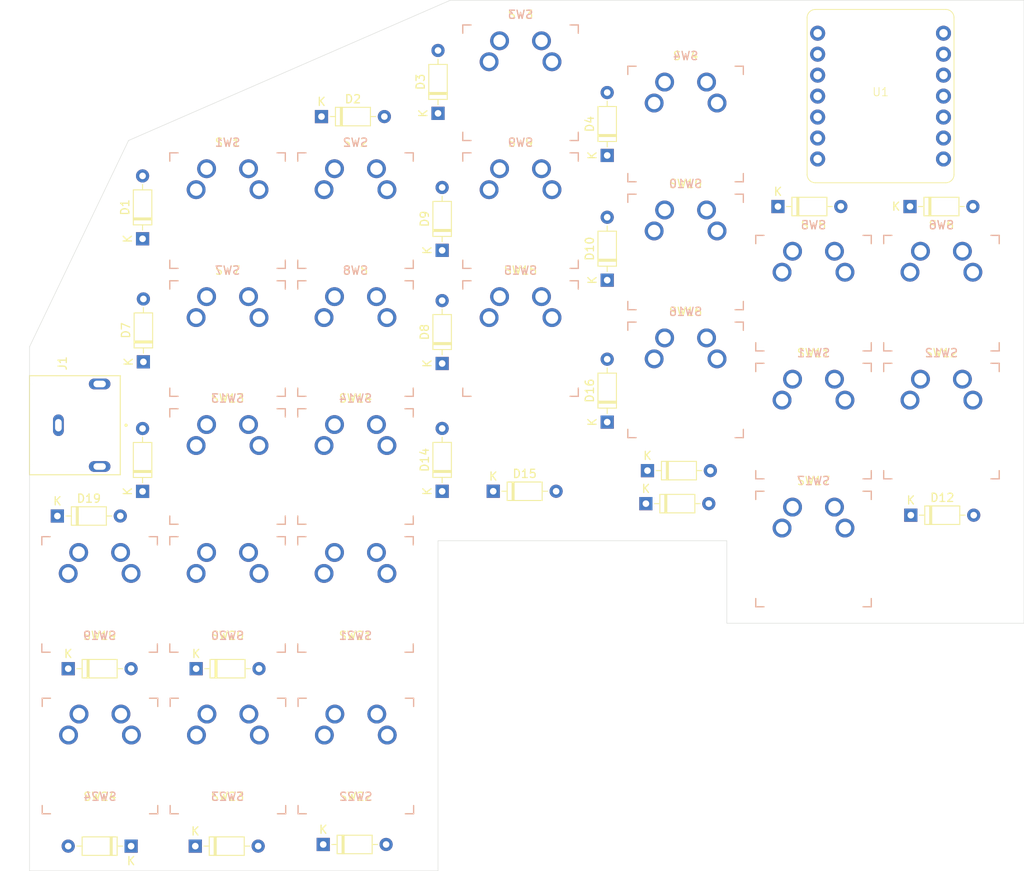
<source format=kicad_pcb>
(kicad_pcb (version 20240108) (generator "pcbnew") (generator_version "8.0")
  (layers (0 "F.Cu" signal) (31 "B.Cu" signal) (34 "B.Paste" user) (35 "F.Paste" user) (36 "B.SilkS" user "B.Silkscreen") (37 "F.SilkS" user "F.Silkscreen") (38 "B.Mask" user) (39 "F.Mask" user) (44 "Edge.Cuts" user))
  (net 0 "")
  (net 1 "row0")
  (net 2 "Net-(D1-A)")
  (net 3 "Net-(D2-A)")
  (net 4 "Net-(D3-A)")
  (net 5 "Net-(D4-A)")
  (net 6 "Net-(D5-A)")
  (net 7 "Net-(D6-A)")
  (net 8 "Net-(D7-A)")
  (net 9 "row1")
  (net 10 "Net-(D8-A)")
  (net 11 "Net-(D9-A)")
  (net 12 "Net-(D10-A)")
  (net 13 "Net-(D11-A)")
  (net 14 "Net-(D12-A)")
  (net 15 "Net-(D13-A)")
  (net 16 "row2")
  (net 17 "Net-(D14-A)")
  (net 18 "Net-(D15-A)")
  (net 19 "Net-(D16-A)")
  (net 20 "Net-(D17-A)")
  (net 21 "row3")
  (net 22 "Net-(D19-A)")
  (net 23 "Net-(D20-A)")
  (net 24 "Net-(D21-A)")
  (net 25 "Net-(D22-A)")
  (net 26 "Net-(D23-A)")
  (net 27 "Net-(D24-A)")
  (net 28 "col0")
  (net 29 "col1")
  (net 30 "col2")
  (net 31 "col3")
  (net 32 "col4")
  (net 33 "col5")
  (net 35 "DATA")
  (net 36 "GND")
  (net 37 "VCC")
  (footprint "keyswitches:SW_MX_reversible" (layer "F.Cu") (at 124.5 116)
    (property "Reference" "SW13" (at 0 -8.255 0) (layer "F.SilkS"))
    (property "Value" "SW_Push" (hide yes))
    (fp_text user "${REFERENCE}" (at 0 -8.255 0) (layer "B.SilkS") (effects (justify mirror)))
    (pad "" np_thru_hole circle (at -5.08 0) (size 1.7018 1.7018) (drill 1.7018) (layers "F&B.Cu" "*.Mask"))
    (pad "" np_thru_hole circle (at 0 0) (size 3.9878 3.9878) (drill 3.9878) (layers "F&B.Cu" "*.Mask"))
    (pad "" np_thru_hole circle (at 5.08 0) (size 1.7018 1.7018) (drill 1.7018) (layers "F&B.Cu" "*.Mask"))
    (pad "1" thru_hole circle (at -3.81 -2.54) (size 2.286 2.286) (drill 1.4986) (layers "*.Cu" "*.Mask") (net 15 "Net-(D13-A)"))
    (pad "1" thru_hole circle (at -2.54 -5.08) (size 2.286 2.286) (drill 1.4986) (layers "*.Cu" "*.Mask") (net 15 "Net-(D13-A)"))
    (pad "2" thru_hole circle (at 2.54 -5.08) (size 2.286 2.286) (drill 1.4986) (layers "*.Cu" "*.Mask") (net 28 "col0"))
    (pad "2" thru_hole circle (at 3.81 -2.54) (size 2.286 2.286) (drill 1.4986) (layers "*.Cu" "*.Mask") (net 28 "col0"))
  )
  (footprint "keyswitches:SW_MX_reversible" (layer "F.Cu") (at 211 110.5)
    (property "Reference" "SW12" (at 0 -8.255 0) (layer "F.SilkS"))
    (property "Value" "SW_Push" (hide yes))
    (fp_text user "${REFERENCE}" (at 0 -8.255 0) (layer "B.SilkS") (effects (justify mirror)))
    (pad "" np_thru_hole circle (at -5.08 0) (size 1.7018 1.7018) (drill 1.7018) (layers "F&B.Cu" "*.Mask"))
    (pad "" np_thru_hole circle (at 0 0) (size 3.9878 3.9878) (drill 3.9878) (layers "F&B.Cu" "*.Mask"))
    (pad "" np_thru_hole circle (at 5.08 0) (size 1.7018 1.7018) (drill 1.7018) (layers "F&B.Cu" "*.Mask"))
    (pad "1" thru_hole circle (at -3.81 -2.54) (size 2.286 2.286) (drill 1.4986) (layers "*.Cu" "*.Mask") (net 14 "Net-(D12-A)"))
    (pad "1" thru_hole circle (at -2.54 -5.08) (size 2.286 2.286) (drill 1.4986) (layers "*.Cu" "*.Mask") (net 14 "Net-(D12-A)"))
    (pad "2" thru_hole circle (at 2.54 -5.08) (size 2.286 2.286) (drill 1.4986) (layers "*.Cu" "*.Mask") (net 33 "col5"))
    (pad "2" thru_hole circle (at 3.81 -2.54) (size 2.286 2.286) (drill 1.4986) (layers "*.Cu" "*.Mask") (net 33 "col5"))
  )
  (footprint "keyswitches:SW_MX_reversible" (layer "F.Cu") (at 140.04 151.08)
    (property "Reference" "SW22" (at 0 4.92 0) (layer "F.SilkS"))
    (property "Value" "SW_Push" (hide yes))
    (fp_text user "${REFERENCE}" (at 0 4.92 0) (layer "B.SilkS") (effects (justify mirror)))
    (pad "" np_thru_hole circle (at -5.08 0) (size 1.7018 1.7018) (drill 1.7018) (layers "F&B.Cu" "*.Mask"))
    (pad "" np_thru_hole circle (at 0 0) (size 3.9878 3.9878) (drill 3.9878) (layers "F&B.Cu" "*.Mask"))
    (pad "" np_thru_hole circle (at 5.08 0) (size 1.7018 1.7018) (drill 1.7018) (layers "F&B.Cu" "*.Mask"))
    (pad "1" thru_hole circle (at -3.81 -2.54) (size 2.286 2.286) (drill 1.4986) (layers "*.Cu" "*.Mask") (net 25 "Net-(D22-A)"))
    (pad "1" thru_hole circle (at -2.54 -5.08) (size 2.286 2.286) (drill 1.4986) (layers "*.Cu" "*.Mask") (net 25 "Net-(D22-A)"))
    (pad "2" thru_hole circle (at 2.54 -5.08) (size 2.286 2.286) (drill 1.4986) (layers "*.Cu" "*.Mask") (net 31 "col3"))
    (pad "2" thru_hole circle (at 3.81 -2.54) (size 2.286 2.286) (drill 1.4986) (layers "*.Cu" "*.Mask") (net 31 "col3"))
  )
  (footprint "keyswitches:SW_MX_reversible" (layer "F.Cu") (at 180 74.5)
    (property "Reference" "SW4" (at 0 -8.255 0) (layer "F.SilkS"))
    (property "Value" "SW_Push" (hide yes))
    (fp_text user "${REFERENCE}" (at 0 -8.255 0) (layer "B.SilkS") (effects (justify mirror)))
    (pad "" np_thru_hole circle (at -5.08 0) (size 1.7018 1.7018) (drill 1.7018) (layers "F&B.Cu" "*.Mask"))
    (pad "" np_thru_hole circle (at 0 0) (size 3.9878 3.9878) (drill 3.9878) (layers "F&B.Cu" "*.Mask"))
    (pad "" np_thru_hole circle (at 5.08 0) (size 1.7018 1.7018) (drill 1.7018) (layers "F&B.Cu" "*.Mask"))
    (pad "1" thru_hole circle (at -3.81 -2.54) (size 2.286 2.286) (drill 1.4986) (layers "*.Cu" "*.Mask") (net 5 "Net-(D4-A)"))
    (pad "1" thru_hole circle (at -2.54 -5.08) (size 2.286 2.286) (drill 1.4986) (layers "*.Cu" "*.Mask") (net 5 "Net-(D4-A)"))
    (pad "2" thru_hole circle (at 2.54 -5.08) (size 2.286 2.286) (drill 1.4986) (layers "*.Cu" "*.Mask") (net 31 "col3"))
    (pad "2" thru_hole circle (at 3.81 -2.54) (size 2.286 2.286) (drill 1.4986) (layers "*.Cu" "*.Mask") (net 31 "col3"))
  )
  (footprint "Diode_THT:D_DO-35_SOD27_P7.62mm_Horizontal" (layer "F.Cu") (at 114.2 119.02 90)
    (property "Reference" "D13" (hide yes))
    (property "Value" "1N4148" (hide yes))
    (fp_text user "K" (at 0 -1.8 -90) (layer "F.SilkS"))
    (pad "1" thru_hole rect (at 0 0 90) (size 1.6 1.6) (drill 0.8) (layers "*.Cu" "*.Mask") (net 16 "row2"))
    (pad "2" thru_hole oval (at 7.62 0 90) (size 1.6 1.6) (drill 0.8) (layers "*.Cu" "*.Mask") (net 15 "Net-(D13-A)"))
  )
  (footprint "Diode_THT:D_DO-35_SOD27_P7.62mm_Horizontal" (layer "F.Cu") (at 105.19 140.5)
    (property "Reference" "D20" (hide yes))
    (property "Value" "1N4148" (hide yes))
    (fp_text user "K" (at 0 -1.8 0) (layer "F.SilkS"))
    (pad "1" thru_hole rect (at 0 0) (size 1.6 1.6) (drill 0.8) (layers "*.Cu" "*.Mask") (net 21 "row3"))
    (pad "2" thru_hole oval (at 7.62 0) (size 1.6 1.6) (drill 0.8) (layers "*.Cu" "*.Mask") (net 23 "Net-(D20-A)"))
  )
  (footprint "keyswitches:SW_MX_reversible" (layer "F.Cu") (at 124.5 85)
    (property "Reference" "SW1" (at 0 -8.255 0) (layer "F.SilkS"))
    (property "Value" "SW_Push" (hide yes))
    (fp_text user "${REFERENCE}" (at 0 -8.255 0) (layer "B.SilkS") (effects (justify mirror)))
    (pad "" np_thru_hole circle (at -5.08 0) (size 1.7018 1.7018) (drill 1.7018) (layers "F&B.Cu" "*.Mask"))
    (pad "" np_thru_hole circle (at 0 0) (size 3.9878 3.9878) (drill 3.9878) (layers "F&B.Cu" "*.Mask"))
    (pad "" np_thru_hole circle (at 5.08 0) (size 1.7018 1.7018) (drill 1.7018) (layers "F&B.Cu" "*.Mask"))
    (pad "1" thru_hole circle (at -3.81 -2.54) (size 2.286 2.286) (drill 1.4986) (layers "*.Cu" "*.Mask") (net 2 "Net-(D1-A)"))
    (pad "1" thru_hole circle (at -2.54 -5.08) (size 2.286 2.286) (drill 1.4986) (layers "*.Cu" "*.Mask") (net 2 "Net-(D1-A)"))
    (pad "2" thru_hole circle (at 2.54 -5.08) (size 2.286 2.286) (drill 1.4986) (layers "*.Cu" "*.Mask") (net 28 "col0"))
    (pad "2" thru_hole circle (at 3.81 -2.54) (size 2.286 2.286) (drill 1.4986) (layers "*.Cu" "*.Mask") (net 28 "col0"))
  )
  (footprint "Diode_THT:D_DO-35_SOD27_P7.62mm_Horizontal" (layer "F.Cu") (at 150.5 119.01 90)
    (property "Reference" "D14" (at 3.81 -2.12 -90) (layer "F.SilkS"))
    (property "Value" "1N4148" (hide yes))
    (fp_text user "K" (at 0 -1.8 -90) (layer "F.SilkS"))
    (pad "1" thru_hole rect (at 0 0 90) (size 1.6 1.6) (drill 0.8) (layers "*.Cu" "*.Mask") (net 16 "row2"))
    (pad "2" thru_hole oval (at 7.62 0 90) (size 1.6 1.6) (drill 0.8) (layers "*.Cu" "*.Mask") (net 17 "Net-(D14-A)"))
  )
  (footprint "Diode_THT:D_DO-35_SOD27_P7.62mm_Horizontal" (layer "F.Cu") (at 207.19 84.5)
    (property "Reference" "D6" (hide yes))
    (property "Value" "1N4148" (hide yes))
    (fp_text user "K" (at -1.69 0 0) (layer "F.SilkS"))
    (pad "1" thru_hole rect (at 0 0) (size 1.6 1.6) (drill 0.8) (layers "*.Cu" "*.Mask") (net 1 "row0"))
    (pad "2" thru_hole oval (at 7.62 0) (size 1.6 1.6) (drill 0.8) (layers "*.Cu" "*.Mask") (net 7 "Net-(D6-A)"))
  )
  (footprint "Diode_THT:D_DO-35_SOD27_P7.62mm_Horizontal" (layer "F.Cu") (at 120.69 140.5)
    (property "Reference" "D21" (hide yes))
    (property "Value" "1N4148" (hide yes))
    (fp_text user "K" (at 0 -1.8 0) (layer "F.SilkS"))
    (pad "1" thru_hole rect (at 0 0) (size 1.6 1.6) (drill 0.8) (layers "*.Cu" "*.Mask") (net 21 "row3"))
    (pad "2" thru_hole oval (at 7.62 0) (size 1.6 1.6) (drill 0.8) (layers "*.Cu" "*.Mask") (net 24 "Net-(D21-A)"))
  )
  (footprint "Diode_THT:D_DO-35_SOD27_P7.62mm_Horizontal" (layer "F.Cu") (at 150.5 103.52 90)
    (property "Reference" "D8" (at 3.81 -2.12 -90) (layer "F.SilkS"))
    (property "Value" "1N4148" (hide yes))
    (fp_text user "K" (at 0 -1.8 -90) (layer "F.SilkS"))
    (pad "1" thru_hole rect (at 0 0 90) (size 1.6 1.6) (drill 0.8) (layers "*.Cu" "*.Mask") (net 9 "row1"))
    (pad "2" thru_hole oval (at 7.62 0 90) (size 1.6 1.6) (drill 0.8) (layers "*.Cu" "*.Mask") (net 10 "Net-(D8-A)"))
  )
  (footprint "Diode_THT:D_DO-35_SOD27_P7.62mm_Horizontal" (layer "F.Cu") (at 170.5 93.42 90)
    (property "Reference" "D10" (at 3.81 -2.12 -90) (layer "F.SilkS"))
    (property "Value" "1N4148" (hide yes))
    (fp_text user "K" (at 0 -1.8 -90) (layer "F.SilkS"))
    (pad "1" thru_hole rect (at 0 0 90) (size 1.6 1.6) (drill 0.8) (layers "*.Cu" "*.Mask") (net 9 "row1"))
    (pad "2" thru_hole oval (at 7.62 0 90) (size 1.6 1.6) (drill 0.8) (layers "*.Cu" "*.Mask") (net 12 "Net-(D10-A)"))
  )
  (footprint "keyswitches:SW_MX_reversible" (layer "F.Cu") (at 109.04 151.08)
    (property "Reference" "SW24" (at 0 4.92 0) (layer "F.SilkS"))
    (property "Value" "SW_Push" (hide yes))
    (fp_text user "${REFERENCE}" (at 0 4.92 0) (layer "B.SilkS") (effects (justify mirror)))
    (pad "" np_thru_hole circle (at -5.08 0) (size 1.7018 1.7018) (drill 1.7018) (layers "*.Cu" "*.Mask"))
    (pad "" np_thru_hole circle (at 0 0) (size 3.9878 3.9878) (drill 3.9878) (layers "*.Cu" "*.Mask"))
    (pad "" np_thru_hole circle (at 5.08 0) (size 1.7018 1.7018) (drill 1.7018) (layers "*.Cu" "*.Mask"))
    (pad "1" thru_hole circle (at -3.81 -2.54) (size 2.286 2.286) (drill 1.4986) (layers "*.Cu" "*.Mask") (net 27 "Net-(D24-A)"))
    (pad "1" thru_hole circle (at -2.54 -5.08) (size 2.286 2.286) (drill 1.4986) (layers "*.Cu" "*.Mask") (net 27 "Net-(D24-A)"))
    (pad "2" thru_hole circle (at 2.54 -5.08) (size 2.286 2.286) (drill 1.4986) (layers "*.Cu" "*.Mask") (net 33 "col5"))
    (pad "2" thru_hole circle (at 3.81 -2.54) (size 2.286 2.286) (drill 1.4986) (layers "*.Cu" "*.Mask") (net 33 "col5"))
  )
  (footprint "Diode_THT:D_DO-35_SOD27_P7.62mm_Horizontal" (layer "F.Cu") (at 114.2 88.41 90)
    (property "Reference" "D1" (at 3.81 -2.12 -90) (layer "F.SilkS"))
    (property "Value" "1N4148" (hide yes))
    (fp_text user "K" (at 0 -1.8 -90) (layer "F.SilkS"))
    (pad "1" thru_hole rect (at 0 0 90) (size 1.6 1.6) (drill 0.8) (layers "*.Cu" "*.Mask") (net 1 "row0"))
    (pad "2" thru_hole oval (at 7.62 0 90) (size 1.6 1.6) (drill 0.8) (layers "*.Cu" "*.Mask") (net 2 "Net-(D1-A)"))
  )
  (footprint "keyswitches:SW_MX_reversible" (layer "F.Cu") (at 140 116)
    (property "Reference" "SW14" (at 0 -8.255 0) (layer "F.SilkS"))
    (property "Value" "SW_Push" (hide yes))
    (fp_text user "${REFERENCE}" (at 0 -8.255 0) (layer "B.SilkS") (effects (justify mirror)))
    (pad "" np_thru_hole circle (at -5.08 0) (size 1.7018 1.7018) (drill 1.7018) (layers "F&B.Cu" "*.Mask"))
    (pad "" np_thru_hole circle (at 0 0) (size 3.9878 3.9878) (drill 3.9878) (layers "F&B.Cu" "*.Mask"))
    (pad "" np_thru_hole circle (at 5.08 0) (size 1.7018 1.7018) (drill 1.7018) (layers "F&B.Cu" "*.Mask"))
    (pad "1" thru_hole circle (at -3.81 -2.54) (size 2.286 2.286) (drill 1.4986) (layers "*.Cu" "*.Mask") (net 17 "Net-(D14-A)"))
    (pad "1" thru_hole circle (at -2.54 -5.08) (size 2.286 2.286) (drill 1.4986) (layers "*.Cu" "*.Mask") (net 17 "Net-(D14-A)"))
    (pad "2" thru_hole circle (at 2.54 -5.08) (size 2.286 2.286) (drill 1.4986) (layers "*.Cu" "*.Mask") (net 29 "col1"))
    (pad "2" thru_hole circle (at 3.81 -2.54) (size 2.286 2.286) (drill 1.4986) (layers "*.Cu" "*.Mask") (net 29 "col1"))
  )
  (footprint "keyswitches:SW_MX_reversible" (layer "F.Cu") (at 160 85)
    (property "Reference" "SW9" (at 0 -8.255 0) (layer "F.SilkS"))
    (property "Value" "SW_Push" (hide yes))
    (fp_text user "${REFERENCE}" (at 0 -8.255 0) (layer "B.SilkS") (effects (justify mirror)))
    (pad "" np_thru_hole circle (at -5.08 0) (size 1.7018 1.7018) (drill 1.7018) (layers "F&B.Cu" "*.Mask"))
    (pad "" np_thru_hole circle (at 0 0) (size 3.9878 3.9878) (drill 3.9878) (layers "F&B.Cu" "*.Mask"))
    (pad "" np_thru_hole circle (at 5.08 0) (size 1.7018 1.7018) (drill 1.7018) (layers "F&B.Cu" "*.Mask"))
    (pad "1" thru_hole circle (at -3.81 -2.54) (size 2.286 2.286) (drill 1.4986) (layers "*.Cu" "*.Mask") (net 11 "Net-(D9-A)"))
    (pad "1" thru_hole circle (at -2.54 -5.08) (size 2.286 2.286) (drill 1.4986) (layers "*.Cu" "*.Mask") (net 11 "Net-(D9-A)"))
    (pad "2" thru_hole circle (at 2.54 -5.08) (size 2.286 2.286) (drill 1.4986) (layers "*.Cu" "*.Mask") (net 30 "col2"))
    (pad "2" thru_hole circle (at 3.81 -2.54) (size 2.286 2.286) (drill 1.4986) (layers "*.Cu" "*.Mask") (net 30 "col2"))
  )
  (footprint "keyswitches:SW_MX_reversible" (layer "F.Cu") (at 124.5 100.5)
    (property "Reference" "SW7" (at 0 -8.255 0) (layer "F.SilkS"))
    (property "Value" "SW_Push" (hide yes))
    (fp_text user "${REFERENCE}" (at 0 -8.255 0) (layer "B.SilkS") (effects (justify mirror)))
    (pad "" np_thru_hole circle (at -5.08 0) (size 1.7018 1.7018) (drill 1.7018) (layers "F&B.Cu" "*.Mask"))
    (pad "" np_thru_hole circle (at 0 0) (size 3.9878 3.9878) (drill 3.9878) (layers "F&B.Cu" "*.Mask"))
    (pad "" np_thru_hole circle (at 5.08 0) (size 1.7018 1.7018) (drill 1.7018) (layers "F&B.Cu" "*.Mask"))
    (pad "1" thru_hole circle (at -3.81 -2.54) (size 2.286 2.286) (drill 1.4986) (layers "*.Cu" "*.Mask") (net 8 "Net-(D7-A)"))
    (pad "1" thru_hole circle (at -2.54 -5.08) (size 2.286 2.286) (drill 1.4986) (layers "*.Cu" "*.Mask") (net 8 "Net-(D7-A)"))
    (pad "2" thru_hole circle (at 2.54 -5.08) (size 2.286 2.286) (drill 1.4986) (layers "*.Cu" "*.Mask") (net 28 "col0"))
    (pad "2" thru_hole circle (at 3.81 -2.54) (size 2.286 2.286) (drill 1.4986) (layers "*.Cu" "*.Mask") (net 28 "col0"))
  )
  (footprint "Diode_THT:D_DO-35_SOD27_P7.62mm_Horizontal" (layer "F.Cu") (at 156.69 119)
    (property "Reference" "D15" (at 3.81 -2.12 0) (layer "F.SilkS"))
    (property "Value" "1N4148" (hide yes))
    (fp_text user "K" (at 0 -1.8 0) (layer "F.SilkS"))
    (pad "1" thru_hole rect (at 0 0) (size 1.6 1.6) (drill 0.8) (layers "*.Cu" "*.Mask") (net 16 "row2"))
    (pad "2" thru_hole oval (at 7.62 0) (size 1.6 1.6) (drill 0.8) (layers "*.Cu" "*.Mask") (net 18 "Net-(D15-A)"))
  )
  (footprint "Diode_THT:D_DO-35_SOD27_P7.62mm_Horizontal" (layer "F.Cu") (at 170.5 78.31 90)
    (property "Reference" "D4" (at 3.81 -2.12 -90) (layer "F.SilkS"))
    (property "Value" "1N4148" (hide yes))
    (fp_text user "K" (at 0 -1.8 -90) (layer "F.SilkS"))
    (pad "1" thru_hole rect (at 0 0 90) (size 1.6 1.6) (drill 0.8) (layers "*.Cu" "*.Mask") (net 1 "row0"))
    (pad "2" thru_hole oval (at 7.62 0 90) (size 1.6 1.6) (drill 0.8) (layers "*.Cu" "*.Mask") (net 5 "Net-(D4-A)"))
  )
  (footprint "Diode_THT:D_DO-35_SOD27_P7.62mm_Horizontal" (layer "F.Cu") (at 112.81 162 180)
    (property "Reference" "D24" (hide yes))
    (property "Value" "1N4148" (hide yes))
    (fp_text user "K" (at 0 -1.8 180) (layer "F.SilkS"))
    (pad "1" thru_hole rect (at 0 0 180) (size 1.6 1.6) (drill 0.8) (layers "*.Cu" "*.Mask") (net 21 "row3"))
    (pad "2" thru_hole oval (at 7.62 0 180) (size 1.6 1.6) (drill 0.8) (layers "*.Cu" "*.Mask") (net 27 "Net-(D24-A)"))
  )
  (footprint "keyswitches:SW_MX_reversible" (layer "F.Cu") (at 180 90)
    (property "Reference" "SW10" (at 0 -8.255 0) (layer "F.SilkS"))
    (property "Value" "SW_Push" (hide yes))
    (fp_text user "${REFERENCE}" (at 0 -8.255 0) (layer "B.SilkS") (effects (justify mirror)))
    (pad "" np_thru_hole circle (at -5.08 0) (size 1.7018 1.7018) (drill 1.7018) (layers "F&B.Cu" "*.Mask"))
    (pad "" np_thru_hole circle (at 0 0) (size 3.9878 3.9878) (drill 3.9878) (layers "F&B.Cu" "*.Mask"))
    (pad "" np_thru_hole circle (at 5.08 0) (size 1.7018 1.7018) (drill 1.7018) (layers "F&B.Cu" "*.Mask"))
    (pad "1" thru_hole circle (at -3.81 -2.54) (size 2.286 2.286) (drill 1.4986) (layers "*.Cu" "*.Mask") (net 12 "Net-(D10-A)"))
    (pad "1" thru_hole circle (at -2.54 -5.08) (size 2.286 2.286) (drill 1.4986) (layers "*.Cu" "*.Mask") (net 12 "Net-(D10-A)"))
    (pad "2" thru_hole circle (at 2.54 -5.08) (size 2.286 2.286) (drill 1.4986) (layers "*.Cu" "*.Mask") (net 31 "col3"))
    (pad "2" thru_hole circle (at 3.81 -2.54) (size 2.286 2.286) (drill 1.4986) (layers "*.Cu" "*.Mask") (net 31 "col3"))
  )
  (footprint "keyswitches:SW_MX_reversible" (layer "F.Cu") (at 211 95)
    (property "Reference" "SW6" (at 0 -8.255 0) (layer "F.SilkS"))
    (property "Value" "SW_Push" (hide yes))
    (fp_text user "${REFERENCE}" (at 0 -8.255 0) (layer "B.SilkS") (effects (justify mirror)))
    (pad "" np_thru_hole circle (at -5.08 0) (size 1.7018 1.7018) (drill 1.7018) (layers "F&B.Cu" "*.Mask"))
    (pad "" np_thru_hole circle (at 0 0) (size 3.9878 3.9878) (drill 3.9878) (layers "F&B.Cu" "*.Mask"))
    (pad "" np_thru_hole circle (at 5.08 0) (size 1.7018 1.7018) (drill 1.7018) (layers "F&B.Cu" "*.Mask"))
    (pad "1" thru_hole circle (at -3.81 -2.54) (size 2.286 2.286) (drill 1.4986) (layers "*.Cu" "*.Mask") (net 7 "Net-(D6-A)"))
    (pad "1" thru_hole circle (at -2.54 -5.08) (size 2.286 2.286) (drill 1.4986) (layers "*.Cu" "*.Mask") (net 7 "Net-(D6-A)"))
    (pad "2" thru_hole circle (at 2.54 -5.08) (size 2.286 2.286) (drill 1.4986) (layers "*.Cu" "*.Mask") (net 33 "col5"))
    (pad "2" thru_hole circle (at 3.81 -2.54) (size 2.286 2.286) (drill 1.4986) (layers "*.Cu" "*.Mask") (net 33 "col5"))
  )
  (footprint "Diode_THT:D_DO-35_SOD27_P7.62mm_Horizontal" (layer "F.Cu") (at 103.88 122)
    (property "Reference" "D19" (at 3.81 -2.12 360) (layer "F.SilkS"))
    (property "Value" "1N4148" (hide yes))
    (fp_text user "K" (at 0 -1.8 360) (layer "F.SilkS"))
    (pad "1" thru_hole rect (at 0 0) (size 1.6 1.6) (drill 0.8) (layers "*.Cu" "*.Mask") (net 21 "row3"))
    (pad "2" thru_hole oval (at 7.62 0) (size 1.6 1.6) (drill 0.8) (layers "*.Cu" "*.Mask") (net 22 "Net-(D19-A)"))
  )
  (footprint "keyswitches:SW_MX_reversible" (layer "F.Cu") (at 195.5 110.5)
    (property "Reference" "SW11" (at 0 -8.255 0) (layer "F.SilkS"))
    (property "Value" "SW_Push")
    (fp_text user "${REFERENCE}" (at 0 -8.255 0) (layer "B.SilkS") (effects (justify mirror)))
    (pad "" np_thru_hole circle (at -5.08 0) (size 1.7018 1.7018) (drill 1.7018) (layers "F&B.Cu" "*.Mask"))
    (pad "" np_thru_hole circle (at 0 0) (size 3.9878 3.9878) (drill 3.9878) (layers "F&B.Cu" "*.Mask"))
    (pad "" np_thru_hole circle (at 5.08 0) (size 1.7018 1.7018) (drill 1.7018) (layers "F&B.Cu" "*.Mask"))
    (pad "1" thru_hole circle (at -3.81 -2.54) (size 2.286 2.286) (drill 1.4986) (layers "*.Cu" "*.Mask") (net 13 "Net-(D11-A)"))
    (pad "1" thru_hole circle (at -2.54 -5.08) (size 2.286 2.286) (drill 1.4986) (layers "*.Cu" "*.Mask") (net 13 "Net-(D11-A)"))
    (pad "2" thru_hole circle (at 2.54 -5.08) (size 2.286 2.286) (drill 1.4986) (layers "*.Cu" "*.Mask") (net 32 "col4"))
    (pad "2" thru_hole circle (at 3.81 -2.54) (size 2.286 2.286) (drill 1.4986) (layers "*.Cu" "*.Mask") (net 32 "col4"))
  )
  (footprint "keyswitches:SW_MX_reversible" (layer "F.Cu") (at 195.5 126)
    (property "Reference" "SW17" (at 0 -8.255 0) (layer "F.SilkS"))
    (property "Value" "SW_Push" (hide yes))
    (fp_text user "${REFERENCE}" (at 0 -8.255 0) (layer "B.SilkS") (effects (justify mirror)))
    (pad "" np_thru_hole circle (at -5.08 0) (size 1.7018 1.7018) (drill 1.7018) (layers "F&B.Cu" "*.Mask"))
    (pad "" np_thru_hole circle (at 0 0) (size 3.9878 3.9878) (drill 3.9878) (layers "F&B.Cu" "*.Mask"))
    (pad "" np_thru_hole circle (at 5.08 0) (size 1.7018 1.7018) (drill 1.7018) (layers "F&B.Cu" "*.Mask"))
    (pad "1" thru_hole circle (at -3.81 -2.54) (size 2.286 2.286) (drill 1.4986) (layers "*.Cu" "*.Mask") (net 20 "Net-(D17-A)"))
    (pad "1" thru_hole circle (at -2.54 -5.08) (size 2.286 2.286) (drill 1.4986) (layers "*.Cu" "*.Mask") (net 20 "Net-(D17-A)"))
    (pad "2" thru_hole circle (at 2.54 -5.08) (size 2.286 2.286) (drill 1.4986) (layers "*.Cu" "*.Mask") (net 32 "col4"))
    (pad "2" thru_hole circle (at 3.81 -2.54) (size 2.286 2.286) (drill 1.4986) (layers "*.Cu" "*.Mask") (net 32 "col4"))
  )
  (footprint "keyswitches:SW_MX_reversible" (layer "F.Cu") (at 195.5 95)
    (property "Reference" "SW5" (at 0 -8.255 0) (layer "F.SilkS"))
    (property "Value" "SW_Push" (hide yes))
    (fp_text user "${REFERENCE}" (at 0 -8.255 0) (layer "B.SilkS") (effects (justify mirror)))
    (pad "" np_thru_hole circle (at -5.08 0) (size 1.7018 1.7018) (drill 1.7018) (layers "F&B.Cu" "*.Mask"))
    (pad "" np_thru_hole circle (at 0 0) (size 3.9878 3.9878) (drill 3.9878) (layers "F&B.Cu" "*.Mask"))
    (pad "" np_thru_hole circle (at 5.08 0) (size 1.7018 1.7018) (drill 1.7018) (layers "F&B.Cu" "*.Mask"))
    (pad "1" thru_hole circle (at -3.81 -2.54) (size 2.286 2.286) (drill 1.4986) (layers "*.Cu" "*.Mask") (net 6 "Net-(D5-A)"))
    (pad "1" thru_hole circle (at -2.54 -5.08) (size 2.286 2.286) (drill 1.4986) (layers "*.Cu" "*.Mask") (net 6 "Net-(D5-A)"))
    (pad "2" thru_hole circle (at 2.54 -5.08) (size 2.286 2.286) (drill 1.4986) (layers "*.Cu" "*.Mask") (net 32 "col4"))
    (pad "2" thru_hole circle (at 3.81 -2.54) (size 2.286 2.286) (drill 1.4986) (layers "*.Cu" "*.Mask") (net 32 "col4"))
  )
  (footprint "keyswitches:SW_MX_reversible" (layer "F.Cu") (at 140 131.5)
    (property "Reference" "SW21" (at 0 5 0) (layer "F.SilkS"))
    (property "Value" "SW_Push" (hide yes))
    (fp_text user "${REFERENCE}" (at 0 5 0) (layer "B.SilkS") (effects (justify mirror)))
    (pad "" np_thru_hole circle (at -5.08 0) (size 1.7018 1.7018) (drill 1.7018) (layers "F&B.Cu" "*.Mask"))
    (pad "" np_thru_hole circle (at 0 0) (size 3.9878 3.9878) (drill 3.9878) (layers "F&B.Cu" "*.Mask"))
    (pad "" np_thru_hole circle (at 5.08 0) (size 1.7018 1.7018) (drill 1.7018) (layers "F&B.Cu" "*.Mask"))
    (pad "1" thru_hole circle (at -3.81 -2.54) (size 2.286 2.286) (drill 1.4986) (layers "*.Cu" "*.Mask") (net 24 "Net-(D21-A)"))
    (pad "1" thru_hole circle (at -2.54 -5.08) (size 2.286 2.286) (drill 1.4986) (layers "*.Cu" "*.Mask") (net 24 "Net-(D21-A)"))
    (pad "2" thru_hole circle (at 2.54 -5.08) (size 2.286 2.286) (drill 1.4986) (layers "*.Cu" "*.Mask") (net 30 "col2"))
    (pad "2" thru_hole circle (at 3.81 -2.54) (size 2.286 2.286) (drill 1.4986) (layers "*.Cu" "*.Mask") (net 30 "col2"))
  )
  (footprint "keyswitches:SW_MX_reversible" (layer "F.Cu") (at 140 85)
    (property "Reference" "SW2" (at 0 -8.255 0) (layer "F.SilkS"))
    (property "Value" "SW_Push" (hide yes))
    (fp_text user "${REFERENCE}" (at 0 -8.255 0) (layer "B.SilkS") (effects (justify mirror)))
    (pad "" np_thru_hole circle (at -5.08 0) (size 1.7018 1.7018) (drill 1.7018) (layers "F&B.Cu" "*.Mask"))
    (pad "" np_thru_hole circle (at 0 0) (size 3.9878 3.9878) (drill 3.9878) (layers "F&B.Cu" "*.Mask"))
    (pad "" np_thru_hole circle (at 5.08 0) (size 1.7018 1.7018) (drill 1.7018) (layers "F&B.Cu" "*.Mask"))
    (pad "1" thru_hole circle (at -3.81 -2.54) (size 2.286 2.286) (drill 1.4986) (layers "*.Cu" "*.Mask") (net 3 "Net-(D2-A)"))
    (pad "1" thru_hole circle (at -2.54 -5.08) (size 2.286 2.286) (drill 1.4986) (layers "*.Cu" "*.Mask") (net 3 "Net-(D2-A)"))
    (pad "2" thru_hole circle (at 2.54 -5.08) (size 2.286 2.286) (drill 1.4986) (layers "*.Cu" "*.Mask") (net 29 "col1"))
    (pad "2" thru_hole circle (at 3.81 -2.54) (size 2.286 2.286) (drill 1.4986) (layers "*.Cu" "*.Mask") (net 29 "col1"))
  )
  (footprint "Diode_THT:D_DO-35_SOD27_P7.62mm_Horizontal" (layer "F.Cu") (at 114.3 103.32 90)
    (property "Reference" "D7" (at 3.81 -2.12 -90) (layer "F.SilkS"))
    (property "Value" "1N4148" (hide yes))
    (fp_text user "K" (at 0 -1.8 -90) (layer "F.SilkS"))
    (pad "1" thru_hole rect (at 0 0 90) (size 1.6 1.6) (drill 0.8) (layers "*.Cu" "*.Mask") (net 9 "row1"))
    (pad "2" thru_hole oval (at 7.62 0 90) (size 1.6 1.6) (drill 0.8) (layers "*.Cu" "*.Mask") (net 8 "Net-(D7-A)"))
  )
  (footprint "Diode_THT:D_DO-35_SOD27_P7.62mm_Horizontal" (layer "F.Cu") (at 136.09 161.8)
    (property "Reference" "D22" (hide yes))
    (property "Value" "1N4148" (hide yes))
    (fp_text user "K" (at 0 -1.8 0) (layer "F.SilkS"))
    (pad "1" thru_hole rect (at 0 0) (size 1.6 1.6) (drill 0.8) (layers "*.Cu" "*.Mask") (net 21 "row3"))
    (pad "2" thru_hole oval (at 7.62 0) (size 1.6 1.6) (drill 0.8) (layers "*.Cu" "*.Mask") (net 25 "Net-(D22-A)"))
  )
  (footprint "Diode_THT:D_DO-35_SOD27_P7.62mm_Horizontal" (layer "F.Cu") (at 207.29 121.9)
    (property "Reference" "D12" (at 3.81 -2.12 0) (layer "F.SilkS"))
    (property "Value" "1N4148" (hide yes))
    (fp_text user "K" (at 0 -1.8 0) (layer "F.SilkS"))
    (pad "1" thru_hole rect (at 0 0) (size 1.6 1.6) (drill 0.8) (layers "*.Cu" "*.Mask") (net 9 "row1"))
    (pad "2" thru_hole oval (at 7.62 0) (size 1.6 1.6) (drill 0.8) (layers "*.Cu" "*.Mask") (net 14 "Net-(D12-A)"))
  )
  (footprint "kicad:CUI_SJ1-3523N" (layer "F.Cu") (at 104 111 -90)
    (property "Reference" "J1" (at -7.5 -0.5 90) (layer "F.SilkS"))
    (property "Value" "SJ1-3523N" (hide yes))
    (pad "" np_thru_hole circle (at -5 0 270) (size 1.2 1.2) (drill 1.2) (layers "*.Cu" "*.Mask"))
    (pad "" np_thru_hole circle (at -5 2.5 270) (size 1.2 1.2) (drill 1.2) (layers "*.Cu" "*.Mask"))
    (pad "" np_thru_hole circle (at 0 -5 270) (size 1.2 1.2) (drill 1.2) (layers "*.Cu" "*.Mask"))
    (pad "" np_thru_hole circle (at 5 0 270) (size 1.2 1.2) (drill 1.2) (layers "*.Cu" "*.Mask"))
    (pad "" np_thru_hole circle (at 5 2.5 270) (size 1.2 1.2) (drill 1.2) (layers "*.Cu" "*.Mask"))
    (pad "1" thru_hole oval (at 0 0 270) (size 2.616 1.308) (drill oval 1.5 0.8) (layers "*.Cu" "*.Mask") (net 35 "DATA"))
    (pad "2" thru_hole oval (at 5 -5 270) (size 1.308 2.616) (drill oval 0.8 1.5) (layers "*.Cu" "*.Mask") (net 37 "VCC"))
    (pad "3" thru_hole oval (at -5 -5 270) (size 1.308 2.616) (drill oval 0.8 1.5) (layers "*.Cu" "*.Mask") (net 36 "GND"))
  )
  (footprint "keyswitches:SW_MX_reversible" (layer "F.Cu") (at 160 100.5)
    (property "Reference" "SW15" (at 0 -8.255 0) (layer "F.SilkS"))
    (property "Value" "SW_Push" (hide yes))
    (fp_text user "${REFERENCE}" (at 0 -8.255 0) (layer "B.SilkS") (effects (justify mirror)))
    (pad "" np_thru_hole circle (at -5.08 0) (size 1.7018 1.7018) (drill 1.7018) (layers "F&B.Cu" "*.Mask"))
    (pad "" np_thru_hole circle (at 0 0) (size 3.9878 3.9878) (drill 3.9878) (layers "F&B.Cu" "*.Mask"))
    (pad "" np_thru_hole circle (at 5.08 0) (size 1.7018 1.7018) (drill 1.7018) (layers "F&B.Cu" "*.Mask"))
    (pad "1" thru_hole circle (at -3.81 -2.54) (size 2.286 2.286) (drill 1.4986) (layers "*.Cu" "*.Mask") (net 18 "Net-(D15-A)"))
    (pad "1" thru_hole circle (at -2.54 -5.08) (size 2.286 2.286) (drill 1.4986) (layers "*.Cu" "*.Mask") (net 18 "Net-(D15-A)"))
    (pad "2" thru_hole circle (at 2.54 -5.08) (size 2.286 2.286) (drill 1.4986) (layers "*.Cu" "*.Mask") (net 30 "col2"))
    (pad "2" thru_hole circle (at 3.81 -2.54) (size 2.286 2.286) (drill 1.4986) (layers "*.Cu" "*.Mask") (net 30 "col2"))
  )
  (footprint "Diode_THT:D_DO-35_SOD27_P7.62mm_Horizontal" (layer "F.Cu") (at 175.19 120.5)
    (property "Reference" "D17" (hide yes))
    (property "Value" "1N4148" (hide yes))
    (fp_text user "K" (at 0 -1.8 0) (layer "F.SilkS"))
    (pad "1" thru_hole rect (at 0 0) (size 1.6 1.6) (drill 0.8) (layers "*.Cu" "*.Mask") (net 16 "row2"))
    (pad "2" thru_hole oval (at 7.62 0) (size 1.6 1.6) (drill 0.8) (layers "*.Cu" "*.Mask") (net 20 "Net-(D17-A)"))
  )
  (footprint "keyswitches:SW_MX_reversible" (layer "F.Cu") (at 124.5 131.5)
    (property "Reference" "SW20" (at 0 5 0) (layer "F.SilkS"))
    (property "Value" "SW_Push" (hide yes))
    (fp_text user "${REFERENCE}" (at 0 5 0) (layer "B.SilkS") (effects (justify mirror)))
    (pad "" np_thru_hole circle (at -5.08 0) (size 1.7018 1.7018) (drill 1.7018) (layers "F&B.Cu" "*.Mask"))
    (pad "" np_thru_hole circle (at 0 0) (size 3.9878 3.9878) (drill 3.9878) (layers "F&B.Cu" "*.Mask"))
    (pad "" np_thru_hole circle (at 5.08 0) (size 1.7018 1.7018) (drill 1.7018) (layers "F&B.Cu" "*.Mask"))
    (pad "1" thru_hole circle (at -3.81 -2.54) (size 2.286 2.286) (drill 1.4986) (layers "*.Cu" "*.Mask") (net 23 "Net-(D20-A)"))
    (pad "1" thru_hole circle (at -2.54 -5.08) (size 2.286 2.286) (drill 1.4986) (layers "*.Cu" "*.Mask") (net 23 "Net-(D20-A)"))
    (pad "2" thru_hole circle (at 2.54 -5.08) (size 2.286 2.286) (drill 1.4986) (layers "*.Cu" "*.Mask") (net 29 "col1"))
    (pad "2" thru_hole circle (at 3.81 -2.54) (size 2.286 2.286) (drill 1.4986) (layers "*.Cu" "*.Mask") (net 29 "col1"))
  )
  (footprint "Diode_THT:D_DO-35_SOD27_P7.62mm_Horizontal" (layer "F.Cu") (at 120.59 162)
    (property "Reference" "D23" (hide yes))
    (property "Value" "1N4148" (hide yes))
    (fp_text user "K" (at 0 -1.8 0) (layer "F.SilkS"))
    (pad "1" thru_hole rect (at 0 0) (size 1.6 1.6) (drill 0.8) (layers "*.Cu" "*.Mask") (net 21 "row3"))
    (pad "2" thru_hole oval (at 7.62 0) (size 1.6 1.6) (drill 0.8) (layers "*.Cu" "*.Mask") (net 26 "Net-(D23-A)"))
  )
  (footprint "Diode_THT:D_DO-35_SOD27_P7.62mm_Horizontal" (layer "F.Cu") (at 170.5 110.62 90)
    (property "Reference" "D16" (at 3.81 -2.12 -90) (layer "F.SilkS"))
    (property "Value" "1N4148" (hide yes))
    (fp_text user "K" (at 0 -1.8 -90) (layer "F.SilkS"))
    (pad "1" thru_hole rect (at 0 0 90) (size 1.6 1.6) (drill 0.8) (layers "*.Cu" "*.Mask") (net 16 "row2"))
    (pad "2" thru_hole oval (at 7.62 0 90) (size 1.6 1.6) (drill 0.8) (layers "*.Cu" "*.Mask") (net 19 "Net-(D16-A)"))
  )
  (footprint "Diode_THT:D_DO-35_SOD27_P7.62mm_Horizontal" (layer "F.Cu") (at 135.88 73.6)
    (property "Reference" "D2" (at 3.81 -2.12 0) (layer "F.SilkS"))
    (property "Value" "1N4148" (hide yes))
    (fp_text user "K" (at 0 -1.8 0) (layer "F.SilkS"))
    (pad "1" thru_hole rect (at 0 0) (size 1.6 1.6) (drill 0.8) (layers "*.Cu" "*.Mask") (net 1 "row0"))
    (pad "2" thru_hole oval (at 7.62 0) (size 1.6 1.6) (drill 0.8) (layers "*.Cu" "*.Mask") (net 3 "Net-(D2-A)"))
  )
  (footprint "keyswitches:SW_MX_reversible" (layer "F.Cu") (at 180 105.5)
    (property "Reference" "SW16" (at 0 -8.255 0) (layer "F.SilkS"))
    (property "Value" "SW_Push" (hide yes))
    (fp_text user "${REFERENCE}" (at 0 -8.255 0) (layer "B.SilkS") (effects (justify mirror)))
    (pad "" np_thru_hole circle (at -5.08 0) (size 1.7018 1.7018) (drill 1.7018) (layers "F&B.Cu" "*.Mask"))
    (pad "" np_thru_hole circle (at 0 0) (size 3.9878 3.9878) (drill 3.9878) (layers "F&B.Cu" "*.Mask"))
    (pad "" np_thru_hole circle (at 5.08 0) (size 1.7018 1.7018) (drill 1.7018) (layers "F&B.Cu" "*.Mask"))
    (pad "1" thru_hole circle (at -3.81 -2.54) (size 2.286 2.286) (drill 1.4986) (layers "*.Cu" "*.Mask") (net 19 "Net-(D16-A)"))
    (pad "1" thru_hole circle (at -2.54 -5.08) (size 2.286 2.286) (drill 1.4986) (layers "*.Cu" "*.Mask") (net 19 "Net-(D16-A)"))
    (pad "2" thru_hole circle (at 2.54 -5.08) (size 2.286 2.286) (drill 1.4986) (layers "*.Cu" "*.Mask") (net 31 "col3"))
    (pad "2" thru_hole circle (at 3.81 -2.54) (size 2.286 2.286) (drill 1.4986) (layers "*.Cu" "*.Mask") (net 31 "col3"))
  )
  (footprint "Seeeduino-XIAO:Seeed XIAO RP2040" (layer "F.Cu") (at 203.625 71.12)
    (property "Reference" "U1" (at 0 -0.5 0) (layer "F.SilkS") (effects (font (thickness 0.1))))
    (property "Value" "MOUDLE-SEEEDUINO-XIAO" (hide yes))
    (pad "1" thru_hole circle (at -7.625 -7.62) (size 1.824 1.824) (drill 1.02) (layers "*.Cu" "*.Mask") (net 1 "row0"))
    (pad "2" thru_hole circle (at -7.625 -5.08) (size 1.824 1.824) (drill 1.02) (layers "*.Cu" "*.Mask") (net 9 "row1"))
    (pad "3" thru_hole circle (at -7.625 -2.54) (size 1.824 1.824) (drill 1.02) (layers "*.Cu" "*.Mask") (net 16 "row2"))
    (pad "4" thru_hole circle (at -7.625 0) (size 1.824 1.824) (drill 1.02) (layers "*.Cu" "*.Mask") (net 21 "row3"))
    (pad "5" thru_hole circle (at -7.625 2.54) (size 1.824 1.824) (drill 1.02) (layers "*.Cu" "*.Mask") (net 28 "col0"))
    (pad "6" thru_hole circle (at -7.625 5.08) (size 1.824 1.824) (drill 1.02) (layers "*.Cu" "*.Mask") (net 29 "col1"))
    (pad "7" thru_hole circle (at -7.625 7.62) (size 1.824 1.824) (drill 1.02) (layers "*.Cu" "*.Mask") (net 30 "col2"))
    (pad "8" thru_hole circle (at 7.625 7.62) (size 1.824 1.824) (drill 1.02) (layers "*.Cu" "*.Mask") (net 35 "DATA"))
    (pad "9" thru_hole circle (at 7.625 5.08) (size 1.824 1.824) (drill 1.02) (layers "*.Cu" "*.Mask") (net 33 "col5"))
    (pad "10" thru_hole circle (at 7.625 2.54) (size 1.824 1.824) (drill 1.02) (layers "*.Cu" "*.Mask") (net 32 "col4"))
    (pad "11" thru_hole circle (at 7.625 0) (size 1.824 1.824) (drill 1.02) (layers "*.Cu" "*.Mask") (net 31 "col3"))
    (pad "12" thru_hole circle (at 7.625 -2.54) (size 1.824 1.824) (drill 1.02) (layers "*.Cu" "*.Mask") (net 37 "VCC"))
    (pad "13" thru_hole circle (at 7.625 -5.08) (size 1.824 1.824) (drill 1.02) (layers "*.Cu" "*.Mask") (net 36 "GND"))
    (pad "14" thru_hole circle (at 7.625 -7.62) (size 1.824 1.824) (drill 1.02) (layers "*.Cu" "*.Mask"))
  )
  (footprint "keyswitches:SW_MX_reversible" (layer "F.Cu") (at 109 131.5)
    (property "Reference" "SW19" (at 0 5 0) (layer "F.SilkS"))
    (property "Value" "SW_Push" (hide yes))
    (fp_text user "${REFERENCE}" (at 0 5 0) (layer "B.SilkS") (effects (justify mirror)))
    (pad "" np_thru_hole circle (at -5.08 0) (size 1.7018 1.7018) (drill 1.7018) (layers "F&B.Cu" "*.Mask"))
    (pad "" np_thru_hole circle (at 0 0) (size 3.9878 3.9878) (drill 3.9878) (layers "F&B.Cu" "*.Mask"))
    (pad "" np_thru_hole circle (at 5.08 0) (size 1.7018 1.7018) (drill 1.7018) (layers "F&B.Cu" "*.Mask"))
    (pad "1" thru_hole circle (at -3.81 -2.54) (size 2.286 2.286) (drill 1.4986) (layers "*.Cu" "*.Mask") (net 22 "Net-(D19-A)"))
    (pad "1" thru_hole circle (at -2.54 -5.08) (size 2.286 2.286) (drill 1.4986) (layers "*.Cu" "*.Mask") (net 22 "Net-(D19-A)"))
    (pad "2" thru_hole circle (at 2.54 -5.08) (size 2.286 2.286) (drill 1.4986) (layers "*.Cu" "*.Mask") (net 28 "col0"))
    (pad "2" thru_hole circle (at 3.81 -2.54) (size 2.286 2.286) (drill 1.4986) (layers "*.Cu" "*.Mask") (net 28 "col0"))
  )
  (footprint "keyswitches:SW_MX_reversible" (layer "F.Cu") (at 160 69.5)
    (property "Reference" "SW3" (at 0 -8.255 0) (layer "F.SilkS"))
    (property "Value" "SW_Push" (hide yes))
    (fp_text user "${REFERENCE}" (at 0 -8.255 0) (layer "B.SilkS") (effects (justify mirror)))
    (pad "" np_thru_hole circle (at -5.08 0) (size 1.7018 1.7018) (drill 1.7018) (layers "F&B.Cu" "*.Mask"))
    (pad "" np_thru_hole circle (at 0 0) (size 3.9878 3.9878) (drill 3.9878) (layers "F&B.Cu" "*.Mask"))
    (pad "" np_thru_hole circle (at 5.08 0) (size 1.7018 1.7018) (drill 1.7018) (layers "F&B.Cu" "*.Mask"))
    (pad "1" thru_hole circle (at -3.81 -2.54) (size 2.286 2.286) (drill 1.4986) (layers "*.Cu" "*.Mask") (net 4 "Net-(D3-A)"))
    (pad "1" thru_hole circle (at -2.54 -5.08) (size 2.286 2.286) (drill 1.4986) (layers "*.Cu" "*.Mask") (net 4 "Net-(D3-A)"))
    (pad "2" thru_hole circle (at 2.54 -5.08) (size 2.286 2.286) (drill 1.4986) (layers "*.Cu" "*.Mask") (net 30 "col2"))
    (pad "2" thru_hole circle (at 3.81 -2.54) (size 2.286 2.286) (drill 1.4986) (layers "*.Cu" "*.Mask") (net 30 "col2"))
  )
  (footprint "keyswitches:SW_MX_reversible" (layer "F.Cu") (at 124.54 151.08)
    (property "Reference" "SW23" (at -0.04 4.92 0) (layer "F.SilkS"))
    (property "Value" "SW_Push" (hide yes))
    (fp_text user "${REFERENCE}" (at -0.04 4.92 0) (layer "B.SilkS") (effects (justify mirror)))
    (pad "" np_thru_hole circle (at -5.08 0) (size 1.7018 1.7018) (drill 1.7018) (layers "F&B.Cu" "*.Mask"))
    (pad "" np_thru_hole circle (at 0 0) (size 3.9878 3.9878) (drill 3.9878) (layers "F&B.Cu" "*.Mask"))
    (pad "" np_thru_hole circle (at 5.08 0) (size 1.7018 1.7018) (drill 1.7018) (layers "F&B.Cu" "*.Mask"))
    (pad "1" thru_hole circle (at -3.81 -2.54) (size 2.286 2.286) (drill 1.4986) (layers "*.Cu" "*.Mask") (net 26 "Net-(D23-A)"))
    (pad "1" thru_hole circle (at -2.54 -5.08) (size 2.286 2.286) (drill 1.4986) (layers "*.Cu" "*.Mask") (net 26 "Net-(D23-A)"))
    (pad "2" thru_hole circle (at 2.54 -5.08) (size 2.286 2.286) (drill 1.4986) (layers "*.Cu" "*.Mask") (net 32 "col4"))
    (pad "2" thru_hole circle (at 3.81 -2.54) (size 2.286 2.286) (drill 1.4986) (layers "*.Cu" "*.Mask") (net 32 "col4"))
  )
  (footprint "Diode_THT:D_DO-35_SOD27_P7.62mm_Horizontal" (layer "F.Cu") (at 150.5 89.81 90)
    (property "Reference" "D9" (at 3.81 -2.12 -90) (layer "F.SilkS"))
    (property "Value" "1N4148" (hide yes))
    (fp_text user "K" (at 0 -1.8 -90) (layer "F.SilkS"))
    (pad "1" thru_hole rect (at 0 0 90) (size 1.6 1.6) (drill 0.8) (layers "*.Cu" "*.Mask") (net 9 "row1"))
    (pad "2" thru_hole oval (at 7.62 0 90) (size 1.6 1.6) (drill 0.8) (layers "*.Cu" "*.Mask") (net 11 "Net-(D9-A)"))
  )
  (footprint "Diode_THT:D_DO-35_SOD27_P7.62mm_Horizontal" (layer "F.Cu") (at 191.19 84.5)
    (property "Reference" "D5" (hide yes))
    (property "Value" "1N4148" (hide yes))
    (fp_text user "K" (at 0 -1.8 0) (layer "F.SilkS"))
    (pad "1" thru_hole rect (at 0 0) (size 1.6 1.6) (drill 0.8) (layers "*.Cu" "*.Mask") (net 1 "row0"))
    (pad "2" thru_hole oval (at 7.62 0) (size 1.6 1.6) (drill 0.8) (layers "*.Cu" "*.Mask") (net 6 "Net-(D5-A)"))
  )
  (footprint "keyswitches:SW_MX_reversible" (layer "F.Cu") (at 140 100.5)
    (property "Reference" "SW8" (at 0 -8.255 0) (layer "F.SilkS"))
    (property "Value" "SW_Push" (hide yes))
    (fp_text user "${REFERENCE}" (at 0 -8.255 0) (layer "B.SilkS") (effects (justify mirror)))
    (pad "" np_thru_hole circle (at -5.08 0) (size 1.7018 1.7018) (drill 1.7018) (layers "F&B.Cu" "*.Mask"))
    (pad "" np_thru_hole circle (at 0 0) (size 3.9878 3.9878) (drill 3.9878) (layers "F&B.Cu" "*.Mask"))
    (pad "" np_thru_hole circle (at 5.08 0) (size 1.7018 1.7018) (drill 1.7018) (layers "F&B.Cu" "*.Mask"))
    (pad "1" thru_hole circle (at -3.81 -2.54) (size 2.286 2.286) (drill 1.4986) (layers "*.Cu" "*.Mask") (net 10 "Net-(D8-A)"))
    (pad "1" thru_hole circle (at -2.54 -5.08) (size 2.286 2.286) (drill 1.4986) (layers "*.Cu" "*.Mask") (net 10 "Net-(D8-A)"))
    (pad "2" thru_hole circle (at 2.54 -5.08) (size 2.286 2.286) (drill 1.4986) (layers "*.Cu" "*.Mask") (net 29 "col1"))
    (pad "2" thru_hole circle (at 3.81 -2.54) (size 2.286 2.286) (drill 1.4986) (layers "*.Cu" "*.Mask") (net 29 "col1"))
  )
  (footprint "Diode_THT:D_DO-35_SOD27_P7.62mm_Horizontal" (layer "F.Cu") (at 150 73.21 90)
    (property "Reference" "D3" (at 3.81 -2.12 -90) (layer "F.SilkS"))
    (property "Value" "1N4148" (hide yes))
    (fp_text user "K" (at 0 -1.8 -90) (layer "F.SilkS"))
    (pad "1" thru_hole rect (at 0 0 90) (size 1.6 1.6) (drill 0.8) (layers "*.Cu" "*.Mask") (net 1 "row0"))
    (pad "2" thru_hole oval (at 7.62 0 90) (size 1.6 1.6) (drill 0.8) (layers "*.Cu" "*.Mask") (net 4 "Net-(D3-A)"))
  )
  (footprint "Diode_THT:D_DO-35_SOD27_P7.62mm_Horizontal" (layer "F.Cu") (at 175.38 116.5)
    (property "Reference" "D11" (hide yes))
    (property "Value" "1N4148" (hide yes))
    (fp_text user "K" (at 0 -1.8 0) (layer "F.SilkS"))
    (pad "1" thru_hole rect (at 0 0) (size 1.6 1.6) (drill 0.8) (layers "*.Cu" "*.Mask") (net 9 "row1"))
    (pad "2" thru_hole oval (at 7.62 0) (size 1.6 1.6) (drill 0.8) (layers "*.Cu" "*.Mask") (net 13 "Net-(D11-A)"))
  )
  (gr_line (start 221 135) (end 185 135) (stroke (width 0.05)) (layer "Edge.Cuts"))
  (gr_line (start 221 59.5) (end 221 135) (stroke (width 0.05)) (layer "Edge.Cuts"))
  (gr_line (start 150 125) (end 150 165) (stroke (width 0.05)) (layer "Edge.Cuts"))
  (gr_line (start 100.5 101.5) (end 112.5 76.5) (stroke (width 0.05)) (layer "Edge.Cuts"))
  (gr_line (start 100.5 165) (end 100.5 101.5) (stroke (width 0.05)) (layer "Edge.Cuts"))
  (gr_line (start 185 125) (end 185 135) (stroke (width 0.05)) (layer "Edge.Cuts"))
  (gr_line (start 150 165) (end 100.5 165) (stroke (width 0.05)) (layer "Edge.Cuts"))
  (gr_line (start 151.5 59.5) (end 221 59.5) (stroke (width 0.05)) (layer "Edge.Cuts"))
  (gr_line (start 112.5 76.5) (end 151.5 59.5) (stroke (width 0.05)) (layer "Edge.Cuts"))
  (gr_line (start 150 125) (end 185 125) (stroke (width 0.05)) (layer "Edge.Cuts"))
  (segment (start 120.69 82.46) (end 120.69 83.19) (width 0.2) (layer "F.Cu") (net 2))
)
</source>
